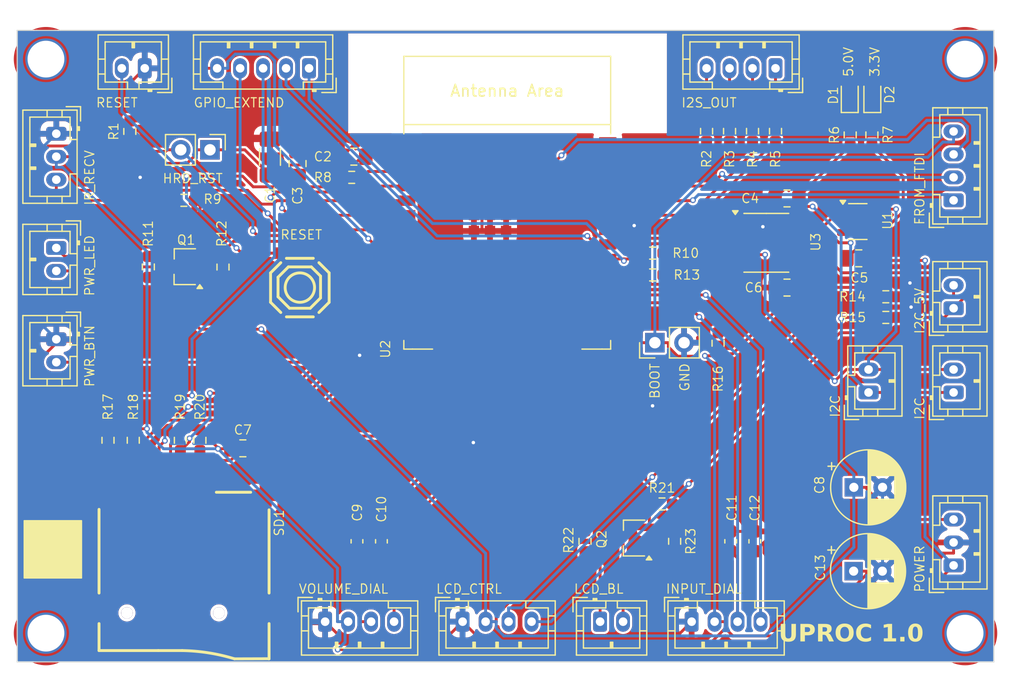
<source format=kicad_pcb>
(kicad_pcb (version 20240108) (generator "pcbnew") (generator_version "8.0")
  (layers (0 "F.Cu" signal) (31 "B.Cu" signal) (34 "B.Paste" user) (35 "F.Paste" user) (36 "B.SilkS" user "B.Silkscreen") (37 "F.SilkS" user "F.Silkscreen") (38 "B.Mask" user) (39 "F.Mask" user) (44 "Edge.Cuts" user))
  (net 0 "")
  (net 1 "GND")
  (net 2 "3V3")
  (net 3 "SCL")
  (net 4 "SDA")
  (net 5 "5V")
  (net 6 "SDA_5V")
  (net 7 "SCL_5V")
  (net 8 "POWER_LED")
  (net 9 "POWER_BUTTON")
  (net 10 "BACKLIGHT")
  (net 11 "TO_BACKLIGHT")
  (net 12 "TO_POWER_LED")
  (net 13 "RX")
  (net 14 "TX")
  (net 15 "ENABLE")
  (net 16 "VOL_CH1")
  (net 17 "VOL_CH2")
  (net 18 "INPUT_CH1")
  (net 19 "INPUT_CH2")
  (net 20 "BOOT")
  (net 21 "FROM_POWER_LED")
  (net 22 "FROM_BACKLIGHT")
  (net 23 "GPIO_INTA")
  (net 24 "GPIO_INTB")
  (net 25 "GPIO_RESET")
  (net 26 "IR_RECV")
  (net 27 "I2S_LRCLK")
  (net 28 "I2S_BCLK")
  (net 29 "I2S_MCLK")
  (net 30 "I2S_DATA")
  (net 31 "SPI_MISO")
  (net 32 "SPI_CLK")
  (net 33 "SPI_CS")
  (net 34 "SPI_MOSI")
  (net 35 "SD_CD")
  (net 36 "HARD_RESET")
  (net 37 "Net-(D1-A)")
  (net 38 "Net-(D2-A)")
  (net 39 "Net-(Q1-B)")
  (net 40 "Net-(Q2-B)")
  (net 43 "Net-(U2-IO23)")
  (net 44 "Net-(U2-IO22)")
  (net 45 "Net-(U2-IO21)")
  (net 46 "Net-(U2-IO19)")
  (footprint "Connector_JST:JST_PH_B2B-PH-K_1x02_P2.00mm_Vertical" (layer "F.Cu") (at 92.3 81.95 -90)
    (property "Reference" "J7" (hide yes))
    (property "Value" "Conn_01x02_Male")
  )
  (footprint "MountingHole:MountingHole_3.2mm_M3_DIN965_Pad_TopOnly" (layer "F.Cu") (at 171.4 115.5)
    (property "Reference" "H4" (hide yes))
    (property "Value" "MountingHole")
  )
  (footprint "Capacitor_THT:CP_Radial_D6.3mm_P2.50mm" (layer "F.Cu") (at 161.7 110.1)
    (property "Reference" "C13")
    (property "Value" "10V 220u")
  )
  (footprint "Package_TO_SOT_SMD:TSOT-23" (layer "F.Cu") (at 103.51 83.6 180)
    (property "Reference" "Q1")
    (property "Value" "BC817")
  )
  (footprint "Capacitor_SMD:C_0603_1608Metric_Pad1.08x0.95mm_HandSolder" (layer "F.Cu") (at 118.4705 107.5 -90)
    (property "Reference" "C9")
    (property "Value" "10N")
  )
  (footprint "PCM_Espressif:ESP32-WROOM-32E" (layer "F.Cu") (at 131.55 79.76)
    (property "Reference" "U2")
    (property "Value" "ESP32-WROOM-32")
  )
  (footprint "MountingHole:MountingHole_3.2mm_M3_DIN965_Pad_TopOnly" (layer "F.Cu") (at 91.4 65.5 90)
    (property "Reference" "H1" (hide yes))
    (property "Value" "MountingHole")
  )
  (footprint "Capacitor_SMD:C_0603_1608Metric_Pad1.08x0.95mm_HandSolder" (layer "F.Cu") (at 151 107.5 -90)
    (property "Reference" "C11")
    (property "Value" "10N")
  )
  (footprint "Resistor_SMD:R_0603_1608Metric_Pad0.98x0.95mm_HandSolder" (layer "F.Cu") (at 144.2 82.4 180)
    (property "Reference" "R10")
    (property "Value" "10K")
  )
  (footprint "MountingHole:MountingHole_3.2mm_M3_DIN965_Pad_TopOnly" (layer "F.Cu") (at 91.4 115.5 90)
    (property "Reference" "H3" (hide yes))
    (property "Value" "MountingHole")
  )
  (footprint "Connector_JST:JST_PH_B2B-PH-K_1x02_P2.00mm_Vertical" (layer "F.Cu") (at 170.4 87.2 90)
    (property "Reference" "J8" (hide yes))
    (property "Value" "Conn_01x02_Male")
  )
  (footprint "Connector_JST:JST_PH_B2B-PH-K_1x02_P2.00mm_Vertical" (layer "F.Cu") (at 92.3 89.9 -90)
    (property "Reference" "J10" (hide yes))
    (property "Value" "Conn_01x02_Male")
  )
  (footprint "Connector_PinHeader_2.54mm:PinHeader_1x02_P2.54mm_Vertical" (layer "F.Cu") (at 105.675 73.4 -90)
    (property "Reference" "J5" (hide yes))
    (property "Value" "Conn_01x02_Male")
  )
  (footprint "Connector_JST:JST_PH_B5B-PH-K_1x05_P2.00mm_Vertical" (layer "F.Cu") (at 114.3 66.3 180)
    (property "Reference" "J2" (hide yes))
    (property "Value" "Conn_01x05_Pin")
  )
  (footprint "Capacitor_SMD:C_0805_2012Metric_Pad1.18x1.45mm_HandSolder" (layer "F.Cu") (at 113.3 74.6 -90)
    (property "Reference" "C3")
    (property "Value" "0.1U")
  )
  (footprint "Connector_JST:JST_PH_B2B-PH-K_1x02_P2.00mm_Vertical" (layer "F.Cu") (at 100 66.3 180)
    (property "Reference" "J1" (hide yes))
    (property "Value" "Conn_01x02_Male")
  )
  (footprint "Capacitor_SMD:C_1206_3216Metric_Pad1.33x1.80mm_HandSolder" (layer "F.Cu") (at 110.9 74.0375 90)
    (property "Reference" "C1")
    (property "Value" "10U")
  )
  (footprint "Connector_JST:JST_PH_B4B-PH-K_1x04_P2.00mm_Vertical" (layer "F.Cu") (at 170.4 77.8 90)
    (property "Reference" "J6" (hide yes))
    (property "Value" "Conn_01x04_Pin")
  )
  (footprint "Resistor_SMD:R_0603_1608Metric_Pad0.98x0.95mm_HandSolder" (layer "F.Cu") (at 106.81 83.6125 -90)
    (property "Reference" "R12")
    (property "Value" "1K")
  )
  (footprint "Resistor_SMD:R_0603_1608Metric_Pad0.98x0.95mm_HandSolder" (layer "F.Cu") (at 100.31 83.6 -90)
    (property "Reference" "R11")
    (property "Value" "700R")
  )
  (footprint "Package_SO:SOIC-8_3.9x4.9mm_P1.27mm" (layer "F.Cu") (at 154.1 81.5)
    (property "Reference" "U3")
    (property "Value" "TCA9517DR")
  )
  (footprint "LED_SMD:LED_0603_1608Metric" (layer "F.Cu") (at 161.36 68.665 90)
    (property "Reference" "D1")
    (property "Value" "RED")
  )
  (footprint "Capacitor_THT:CP_Radial_D6.3mm_P2.50mm" (layer "F.Cu") (at 161.7176 102.8)
    (property "Reference" "C8")
    (property "Value" "10V 220u")
  )
  (footprint "Resistor_SMD:R_0603_1608Metric_Pad0.98x0.95mm_HandSolder" (layer "F.Cu") (at 118.0125 75.8)
    (property "Reference" "R8")
    (property "Value" "4.7K")
  )
  (footprint "Resistor_SMD:R_0603_1608Metric" (layer "F.Cu") (at 152.9 71.775 90)
    (property "Reference" "R4")
    (property "Value" "22R")
  )
  (footprint "Capacitor_SMD:C_0805_2012Metric_Pad1.18x1.45mm_HandSolder" (layer "F.Cu") (at 162.15 82.85 180)
    (property "Reference" "C5")
    (property "Value" "100n")
  )
  (footprint "Resistor_SMD:R_0603_1608Metric_Pad0.98x0.95mm_HandSolder" (layer "F.Cu") (at 103.1 98.7 -90)
    (property "Reference" "R19")
    (property "Value" "50K")
  )
  (footprint "Package_TO_SOT_SMD:SOT-23-6" (layer "F.Cu") (at 162.0625 79.65)
    (property "Reference" "U1")
    (property "Value" "TMP100")
  )
  (footprint "Resistor_SMD:R_0603_1608Metric_Pad0.98x0.95mm_HandSolder" (layer "F.Cu") (at 103.4 77.8)
    (property "Reference" "R9")
    (property "Value" "4.7K")
  )
  (footprint "Resistor_SMD:R_0603_1608Metric_Pad0.98x0.95mm_HandSolder" (layer "F.Cu") (at 145.02 104.25 180)
    (property "Reference" "R21")
    (property "Value" "4.7K")
  )
  (footprint "Capacitor_SMD:C_0805_2012Metric_Pad1.18x1.45mm_HandSolder" (layer "F.Cu") (at 118.2 74 180)
    (property "Reference" "C2")
    (property "Value" "10N")
  )
  (footprint "Resistor_SMD:R_0603_1608Metric_Pad0.98x0.95mm_HandSolder" (layer "F.Cu") (at 144.2 84.3 180)
    (property "Reference" "R13")
    (property "Value" "10K")
  )
  (footprint "Resistor_SMD:R_0603_1608Metric_Pad0.98x0.95mm_HandSolder" (layer "F.Cu") (at 149.9 90.2476 90)
    (property "Reference" "R16")
    (property "Value" "4.7K")
  )
  (footprint "Connector_JST:JST_PH_B4B-PH-K_1x04_P2.00mm_Vertical" (layer "F.Cu") (at 147.6 114.5)
    (property "Reference" "J17" (hide yes))
    (property "Value" "Conn_01x04_Pin")
  )
  (footprint "Resistor_SMD:R_0603_1608Metric" (layer "F.Cu") (at 150.9 71.775 90)
    (property "Reference" "R3")
    (property "Value" "22R")
  )
  (footprint "Resistor_SMD:R_0603_1608Metric_Pad0.98x0.95mm_HandSolder" (layer "F.Cu") (at 104.8 98.7 -90)
    (property "Reference" "R20")
    (property "Value" "50K")
  )
  (footprint "Resistor_SMD:R_0603_1608Metric" (layer "F.Cu") (at 154.9 71.775 90)
    (property "Reference" "R5")
    (property "Value" "22R")
  )
  (footprint "Connector_JST:JST_PH_B2B-PH-K_1x02_P2.00mm_Vertical" (layer "F.Cu") (at 163 94.5362 90)
    (property "Reference" "J11" (hide yes))
    (property "Value" "Conn_01x02_Male")
  )
  (footprint "Resistor_SMD:R_0603_1608Metric_Pad0.98x0.95mm_HandSolder" (layer "F.Cu") (at 98.7 71.8 90)
    (property "Reference" "R1")
    (property "Value" "4.7K")
  )
  (footprint "Connector_JST:JST_PH_B4B-PH-K_1x04_P2.00mm_Vertical" (layer "F.Cu") (at 127.6667 114.5)
    (property "Reference" "J15" (hide yes))
    (property "Value" "Conn_01x04_Pin")
  )
  (footprint "Resistor_SMD:R_0603_1608Metric_Pad0.98x0.95mm_HandSolder" (layer "F.Cu") (at 99 98.7 -90)
    (property "Reference" "R18")
    (property "Value" "50K")
  )
  (footprint "Connector_JST:JST_PH_B4B-PH-K_1x04_P2.00mm_Vertical" (layer "F.Cu") (at 115.7 114.5)
    (property "Reference" "J14" (hide yes))
    (property "Value" "Conn_01x04_Pin")
  )
  (footprint "Capacitor_SMD:C_0805_2012Metric_Pad1.18x1.45mm_HandSolder" (layer "F.Cu") (at 155.9 77.635 180)
    (property "Reference" "C4")
    (property "Value" "0.1U")
  )
  (footprint "Connector_JST:JST_PH_B2B-PH-K_1x02_P2.00mm_Vertical" (layer "F.Cu") (at 139.6333 114.5)
    (property "Reference" "J16" (hide yes))
    (property "Value" "Conn_01x02_Male")
  )
  (footprint "Resistor_SMD:R_0603_1608Metric_Pad0.98x0.95mm_HandSolder" (layer "F.Cu") (at 96.8 98.7 90)
    (property "Reference" "R17")
    (property "Value" "50K")
  )
  (footprint "Resistor_SMD:R_0603_1608Metric_Pad0.98x0.95mm_HandSolder" (layer "F.Cu") (at 164.5 86.2)
    (property "Reference" "R14")
    (property "Value" "10K")
  )
  (footprint "Capacitor_SMD:C_0805_2012Metric_Pad1.18x1.45mm_HandSolder" (layer "F.Cu") (at 155.9 85.4 180)
    (property "Reference" "C6")
    (property "Value" "0.1U")
  )
  (footprint "Package_TO_SOT_SMD:TSOT-23" (layer "F.Cu") (at 142.61 107.235 180)
    (property "Reference" "Q2")
    (property "Value" "BC817")
  )
  (footprint "Resistor_SMD:R_0603_1608Metric_Pad0.98x0.95mm_HandSolder" (layer "F.Cu") (at 146.12 107.5 -90)
    (property "Reference" "R23")
    (property "Value" "1K")
  )
  (footprint "Connector_JST:JST_PH_B4B-PH-K_1x04_P2.00mm_Vertical" (layer "F.Cu") (at 154.9 66.3 180)
    (property "Reference" "J3" (hide yes))
    (property "Value" "Conn_01x04_Pin")
  )
  (footprint "Connector_JST:JST_PH_B3B-PH-K_1x03_P2.00mm_Vertical" (layer "F.Cu") (at 170.4 109.6 90)
    (property "Reference" "J13" (hide yes))
    (property "Value" "Conn_01x03_Pin")
  )
  (footprint "Capacitor_SMD:C_0603_1608Metric_Pad1.08x0.95mm_HandSolder" (layer "F.Cu") (at 120.6 107.5 -90)
    (property "Reference" "C10")
    (property "Value" "10N")
  )
  (footprint "Capacitor_SMD:C_0603_1608Metric_Pad1.08x0.95mm_HandSolder" (layer "F.Cu") (at 153.1 107.5 -90)
    (property "Reference" "C12")
    (property "Value" "10N")
  )
  (footprint "Resistor_SMD:R_0603_1608Metric_Pad0.98x0.95mm_HandSolder" (layer "F.Cu") (at 138.32 107.5 90)
    (property "Reference" "R22")
    (property "Value" "75R")
  )
  (footprint "easyeda2kicad:SW-SMD_4P-L5.1-W5.1-P3.70-LS6.5-TL_H1.5" (layer "F.Cu") (at 113.5 85.4 -90)
    (property "Reference" "SW1" (hide yes))
    (property "Value" "TS-1187A-B-A-B")
  )
  (footprint "Connector_PinHeader_2.54mm:PinHeader_1x02_P2.54mm_Vertical" (layer "F.Cu") (at 144.4 90.2 90)
    (property "Reference" "J9" (hide yes))
    (property "Value" "Conn_01x02_Male")
  )
  (footprint "Resistor_SMD:R_0603_1608Metric_Pad0.98x0.95mm_HandSolder" (layer "F.Cu") (at 163.29 72.1 90)
    (property "Reference" "R7")
    (property "Value" "150R")
  )
  (footprint "LED_SMD:LED_0603_1608Metric" (layer "F.Cu") (at 163.33 68.665 90)
    (property "Reference" "D2")
    (property "Value" "BLUE")
  )
  (footprint "easyeda2kicad:TF-SMD_TF-115-BCP9" (layer "F.Cu") (at 103.4 108.0375)
    (property "Reference" "SD1")
    (property "Value" "TF-115-BCP9")
  )
  (footprint "Resistor_SMD:R_0603_1608Metric_Pad0.98x0.95mm_HandSolder" (layer "F.Cu") (at 161.4 72.1 90)
    (property "Reference" "R6")
    (property "Value" "1000R")
  )
  (footprint "Resistor_SMD:R_0603_1608Metric_Pad0.98x0.95mm_HandSolder" (layer "F.Cu") (at 164.5 88)
    (property "Reference" "R15")
    (property "Value" "10K")
  )
  (footprint "MountingHole:MountingHole_3.2mm_M3_DIN965_Pad_TopOnly" (layer "F.Cu") (at 171.4 65.5 90)
    (property "Reference" "H2" (hide yes))
    (property "Value" "MountingHole")
  )
  (footprint "Capacitor_SMD:C_0805_2012Metric_Pad1.18x1.45mm_HandSolder" (layer "F.Cu") (at 108.5375 99.4 180)
    (property "Reference" "C7")
    (property "Value" "10N")
  )
  (footprint "Connector_JST:JST_PH_B2B-PH-K_1x02_P2.00mm_Vertical" (layer "F.Cu") (at 170.4 94.5362 90)
    (property "Reference" "J12" (hide yes))
    (property "Value" "Conn_01x02_Male")
  )
  (footprint "Resistor_SMD:R_0603_1608Metric" (layer "F.Cu") (at 148.9 71.775 90)
    (property "Reference" "R2")
    (property "Value" "22R")
  )
  (footprint "Connector_JST:JST_PH_B3B-PH-K_1x03_P2.00mm_Vertical" (layer "F.Cu") (at 92.3 72 -90)
    (property "Reference" "J4" (hide yes))
    (property "Value" "Conn_01x03_Pin")
  )
  (gr_rect (start 89.5 105.7) (end 94.5 110.7) (stroke (width 0.1)) (fill solid) (layer "F.SilkS"))
  (gr_line (start 88.9 118) (end 88.9 63) (stroke (width 0.1)) (layer "Edge.Cuts"))
  (gr_line (start 173.9 63) (end 173.9 118) (stroke (width 0.1)) (layer "Edge.Cuts"))
  (gr_line (start 173.9 118) (end 88.9 118) (stroke (width 0.1)) (layer "Edge.Cuts"))
  (gr_line (start 88.9 63) (end 173.9 63) (stroke (width 0.1)) (layer "Edge.Cuts"))
  (gr_text "GND\n" (at 147 94.499981 90) (layer "F.SilkS") (effects (font (size 0.8 0.8) (thickness 0.1)) (justify left)))
  (gr_text "RESET" (at 95.7 69.3 0) (layer "F.SilkS") (effects (font (size 0.8 0.8) (thickness 0.1)) (justify left)))
  (gr_text "RESET" (at 111.75 80.8 0) (layer "F.SilkS") (effects (font (size 0.8 0.8) (thickness 0.1)) (justify left)))
  (gr_text "INPUT_DIAL" (at 145.3 111.65 0) (layer "F.SilkS") (effects (font (size 0.8 0.8) (thickness 0.1)) (justify left)))
  (gr_text "5.0V" (at 161.25 67.1 90) (layer "F.SilkS") (effects (font (size 0.8 0.8) (thickness 0.1)) (justify left)))
  (gr_text "I2C" (at 167.45 96.9638 90) (layer "F.SilkS") (effects (font (size 0.8 0.8) (thickness 0.1)) (justify left)))
  (gr_text "LCD_CTRL\n" (at 125.3 111.65 0) (layer "F.SilkS") (effects (font (size 0.8 0.8) (thickness 0.1)) (justify left)))
  (gr_text "POWER" (at 167.45 112 90) (layer "F.SilkS") (effects (font (size 0.8 0.8) (thickness 0.1)) (justify left)))
  (gr_text "IR_RECV" (at 95.2 78.3 90) (layer "F.SilkS") (effects (font (size 0.8 0.8) (thickness 0.1)) (justify left)))
  (gr_text "VOLUME_DIAL" (at 113.352 111.65 0) (layer "F.SilkS") (effects (font (size 0.8 0.8) (thickness 0.1)) (justify left)))
  (gr_text "UPROC 1.0" (at 167.8 115.6 0) (layer "F.SilkS") (effects (font (size 1.5 1.5) (thickness 0.1) (bold yes)) (justify right)))
  (gr_text "LCD_BL\n" (at 137.3 111.65 0) (layer "F.SilkS") (effects (font (size 0.8 0.8) (thickness 0.1)) (justify left)))
  (gr_text "BOOT" (at 144.4 95.1476 90) (layer "F.SilkS") (effects (font (size 0.8 0.8) (thickness 0.1)) (justify left)))
  (gr_text "I2C_5V" (at 167.45 89.5 90) (layer "F.SilkS") (effects (font (size 0.8 0.8) (thickness 0.1)) (justify left)))
  (gr_text "PWR_LED" (at 95.2 86.2 90) (layer "F.SilkS") (effects (font (size 0.8 0.8) (thickness 0.1)) (justify left)))
  (gr_text "GPIO_EXTEND" (at 104.2 69.3 0) (layer "F.SilkS") (effects (font (size 0.8 0.8) (thickness 0.1)) (justify left)))
  (gr_text "HRD_RST" (at 101.5 75.9 0) (layer "F.SilkS") (effects (font (size 0.8 0.8) (thickness 0.1)) (justify left)))
  (gr_text "3.3V" (at 163.54 67.1 90) (layer "F.SilkS") (effects (font (size 0.8 0.8) (thickness 0.1)) (justify left)))
  (gr_text "I2S_OUT" (at 146.65 69.3 0) (layer "F.SilkS") (effects (font (size 0.8 0.8) (thickness 0.1)) (justify left)))
  (gr_text "FROM_FTDI" (at 167.45 80.000018 90) (layer "F.SilkS") (effects (font (size 0.8 0.8) (thickness 0.1)) (justify left)))
  (gr_text "PWR_BTN" (at 95.2 94.116 90) (layer "F.SilkS") (effects (font (size 0.8 0.8) (thickness 0.1)) (justify left)))
  (gr_text "I2C" (at 160.1 96.7638 90) (layer "F.SilkS") (effects (font (size 0.8 0.8) (thickness 0.1)) (justify left)))
  (segment (start 131.45 81.87) (end 130.05 81.87) (width 0.25) (layer "F.Cu") (net 1))
  (segment (start 110.9 72.475) (end 112.2125 72.475) (width 0.25) (layer "F.Cu") (net 1))
  (segment (start 95.65 113.3375) (end 95.65 114.7642) (width 0.25) (layer "F.Cu") (net 1))
  (segment (start 155.3802 71.8315) (end 147.0554 71.8315) (width 0.25) (layer "F.Cu") (net 1))
  (segment (start 160.7375 106.6375) (end 164.2 110.1) (width 0.25) (layer "F.Cu") (net 1))
  (segment (start 120.6412 112.0105) (end 119.7585 111.1278) (width 0.25) (layer "F.Cu") (net 1))
  (segment (start 118.4705 106.6375) (end 112.0733 106.6375) (width 0.25) (layer "F.Cu") (net 1))
  (segment (start 144.1075 104.25) (end 143.92 104.4375) (width 0.25) (layer "F.Cu") (net 1))
  (segment (start 160.925 80.6) (end 161.4546 80.6) (width 0.25) (layer "F.Cu") (net 1))
  (segment (start 162.2193 77.8468) (end 162.1522 77.9139) (width 0.25) (layer "F.Cu") (net 1))
  (segment (start 92.4671 90.0671) (end 109.9205 90.0671) (width 0.25) (layer "F.Cu") (net 1))
  (segment (start 116.9385 115.7385) (end 120.6412 115.7385) (width 0.25) (layer "F.Cu") (net 1))
  (segment (start 113.8216 89.2267) (end 114.6483 88.4) (width 0.25) (layer "F.Cu") (net 1))
  (segment (start 112.2125 72.475) (end 113.3 73.5625) (width 0.25) (layer "F.Cu") (net 1))
  (segment (start 110.25 100.075) (end 110.25 103.7375) (width 0.25) (layer "F.Cu") (net 1))
  (segment (start 109.575 99.4) (end 110.25 100.075) (width 0.25) (layer "F.Cu") (net 1))
  (segment (start 110.6367 72.2117) (end 110.9 72.475) (width 0.25) (layer "F.Cu") (net 1))
  (segment (start 131.45 79.07) (end 132.2267 79.07) (width 0.25) (layer "F.Cu") (net 1))
  (segment (start 154.8625 85.4) (end 152.4754 85.4) (width 0.25) (layer "F.Cu") (net 1))
  (segment (start 153.1 106.6375) (end 151 106.6375) (width 0.25) (layer "F.Cu") (net 1))
  (segment (start 119.7585 111.1278) (end 119.7585 107.7903) (width 0.25) (layer "F.Cu") (net 1))
  (segment (start 128.65 81.2467) (end 128.65 81.87) (width 0.25) (layer "F.Cu") (net 1))
  (segment (start 128.65 82.6467) (end 125.83 85.4667) (width 0.25) (layer "F.Cu") (net 1))
  (segment (start 136.861 72.75) (end 140.3 72.75) (width 0.25) (layer "F.Cu") (net 1))
  (segment (start 130.05 80.47) (end 129.35 80.47) (width 0.25) (layer "F.Cu") (net 1))
  (segment (start 112.0733 106.6375) (end 110.25 104.8142) (width 0.25) (layer "F.Cu") (net 1))
  (segment (start 110.9906 114.8352) (end 95.721 114.8352) (width 0.25) (layer "F.Cu") (net 1))
  (segment (start 128.65 81.87) (end 128.65 82.6467) (width 0.25) (layer "F.Cu") (net 1))
  (segment (start 112.0733 111.4758) (end 112.0733 106.6375) (width 0.25) (layer "F.Cu") (net 1))
  (segment (start 97.8914 72) (end 92.3 72) (width 0.25) (layer "F.Cu") (net 1))
  (segment (start 98.7 72.2117) (end 98.4883 72) (width 0.25) (layer "F.Cu") (net 1))
  (segment (start 163.2 79.65) (end 162.1522 79.65) (width 0.25) (layer "F.Cu") (net 1))
  (segment (start 162.0387 81.1841) (end 162.0387 81.9238) (width 0.25) (layer "F.Cu") (net 1))
  (segment (start 146.94 90.2) (end 148.1167 90.2) (width 0.25) (layer "F.Cu") (net 1))
  (segment (start 154.8625 77.635) (end 155.706 76.7915) (width 0.25) (layer "F.Cu") (net 1))
  (segment (start 100 66.3) (end 97.8914 68.4086) (width 0.25) (layer "F.Cu") (net 1))
  (segment (start 120.6 106.9488) (end 120.6 106.6375) (width 0.25) (layer "F.Cu") (net 1))
  (segment (start 155.706 76.7915) (end 155.706 72.1573) (width 0.25) (layer "F.Cu") (net 1))
  (segment (start 146.1369 72.75) (end 140.3 72.75) (width 0.25) (layer "F.Cu") (net 1))
  (segment (start 107.1354 83.5151) (end 105.6851 83.5151) (width 0.25) (layer "F.Cu") (net 1))
  (segment (start 110.8979 89.0897) (end 110.8979 87.2776) (width 0.25) (layer "F.Cu") (net 1))
  (segment (start 115.35 82.4) (end 115.35 88.4) (width 0.25) (layer "F.Cu") (net 1))
  (segment (start 113.7375 74) (end 113.3 73.5625) (width 0.25) (layer "F.Cu") (net 1))
  (segment (start 155.706 72.1573) (end 155.3802 71.8315) (width 0.25) (layer "F.Cu") (net 1))
  (segment (start 111.0349 89.2267) (end 113.8216 89.2267) (width 0.25) (layer "F.Cu") (net 1))
  (segment (start 119.7585 107.7903) (end 120.6 106.9488) (width 0.25) (layer "F.Cu") (net 1))
  (segment (start 95.65 103.7375) (end 94.7233 103.7375) (width 0.25) (layer "F.Cu") (net 1))
  (segment (start 136.861 72.75) (end 136.861 74.4357) (width 0.25) (layer "F.Cu") (net 1))
  (segment (start 117.1625 74) (end 118.4125 72.75) (width 0.25) (layer "F.Cu") (net 1))
  (segment (start 147.6 110.0375) (end 148.3222 109.3153) (width 0.25) (layer "F.Cu") (net 1))
  (segment (start 162.2113 69.4525) (end 161.36 69.4525) (width 0.25) (layer "F.Cu") (net 1))
  (segment (start 146.374 115.726) (end 147.6 114.5) (width 0.25) (layer "F.Cu") (net 1))
  (segment (start 130.05 79.07) (end 129.35 79.07) (width 0.25) (layer "F.Cu") (net 1))
  (segment (start 104.82 78.3075) (end 104.3125 77.8) (width 0.25) (layer "F.Cu") (net 1))
  (segment (start 136.861 74.4357) (end 132.2267 79.07) (width 0.25) (layer "F.Cu") (net 1))
  (segment (start 91.0646 100.0788) (end 94.7233 103.7375) (width 0.25) (layer "F.Cu") (net 1))
  (segment (start 120.6412 115.7385) (end 120.6412 112.0105) (width 0.25) (layer "F.Cu") (net 1))
  (segment (start 129.35 80.47) (end 129.35 79.07) (width 0.25) (layer "F.Cu") (net 1))
  (segment (start 111.15 113.3375) (end 111.15 112.3991) (width 0.25) (layer "F.Cu") (net 1))
  (segment (start 152.4754 85.4) (end 152.4754 84.2554) (width 0.25) (layer "F.Cu") (net 1))
  (segment (start 111.15 112.3991) (end 112.0733 111.4758) (width 0.25) (layer "F.Cu") (net 1))
  (segment (start 162.1522 77.9139) (end 162.1522 79.65) (width 0.25) (layer "F.Cu") (net 1))
  (segment (start 130.05 81.87) (end 128.65 81.87) (width 0.25) (layer "F.Cu") (net 1))
  (segment (start 111.15 113.3375) (end 111.15 114.6758) (width 0.25) (layer "F.Cu") (net 1))
  (segment (start 118.4125 72.75) (end 122.8 72.75) (width 0.25) (layer "F.Cu") (net 1))
  (segment (start 123.3384 72.75) (end 122.8 72.75) (width 0.25) (layer "F.Cu") (net 1))
  (segment (start 95.721 114.8352) (end 95.65 114.7642) (width 0.25) (layer "F.Cu") (net 1))
  (segment (start 110.8979 89.0897) (end 111.0349 89.2267) (width 0.25) (layer "F.Cu") (net 1))
  (segment (start 153.1 106.6375) (end 160.7375 106.6375) (width 0.25) (layer "F.Cu") (net 1))
  (segment (start 148.3222 109.3153) (end 146.5068 107.5) (width 0.25) (layer "F.Cu") (net 1))
  (segment (start 145.135 107.5) (end 143.92 106.285) (width 0.25) (layer "F.Cu") (net 1))
  (segment (start 127.6667 114.5) (end 128.8927 115.726) (width 0.25) (layer "F.Cu") (net 1))
  (segment (start 163.33 69.4525) (end 162.2113 69.4525) (width 0.25) (layer "F.Cu") (net 1))
  (segment (start 155.706 72.1573) (end 161.732 72.1573) (width 0.25) (layer "F.Cu") (net 1))
  (segment (start 111.15 114.6758) (end 110.9906 114.8352) (width 0.25) (layer "F.Cu") (net 1))
  (segment (start 98.7 72.2117) (end 110.6367 72.2117) (width 0.25) (layer "F.Cu") (net 1))
  (segment (start 98.4883 72) (end 97.8914 72) (width 0.25) (layer "F.Cu") (net 1))
  (segment (start 131.45 80.47) (end 130.05 80.47) (width 0.25) (layer "F.Cu") (net 1))
  (segment (start 95.65 103.7375) (end 95.7767 103.8642) (width 0.25) (layer "F.Cu") (net 1))
  (segment (start 92.3 89.9) (end 92.4671 90.0671) (width 0.25) (layer "F.Cu") (net 1))
  (segment (start 161.8187 72.0706) (end 162.2193 72.4713) (width 0.25) (layer "F.Cu") (net 1))
  (segment (start 98.7 72.7125) (end 98.7 72.2117) (width 0.25) (layer "F.Cu") (net 1))
  (segment (start 111.15 114.6758) (end 115.5242 114.6758) (width 0.25) (layer "F.Cu") (net 1))
  (segment (start 91.0646 91.4696) (end 91.0646 100.0788) (width 0.25) (layer "F.Cu") (net 1))
  (segment (start 100.15 102.7375) (end 100.15 103.8642) (width 0.25) (layer "F.Cu") (net 1))
  (segment (start 105.6851 83.5151) (end 104.82 82.65) (width 0.25) (layer "F.Cu") (net 1))
  (segment (start 100.15 103.8642) (end 100.5616 104.2758) (width 0.25) (layer "F.Cu") (net 1))
  (segment (start 115.7 114.5) (end 116.9385 115.7385) (width 0.25) (layer "F.Cu") (net 1))
  (segment (start 128.65 80.47) (end 128.65 81.2467) (width 0.25) (layer "F.Cu") (net 1))
  (segment (start 120.6412 115.7385) (end 126.4282 115.7385) (width 0.25) (layer "F.Cu") (net 1))
  (segment (start 161.8187 72.0706) (end 162.2113 71.678) (width 0.25) (layer "F.Cu") (net 1))
  (segment (start 162.2113 71.678) (end 162.2113 69.4525) (width 0.25) (layer "F.Cu") (net 1))
  (segment (start 126.4282 115.7385) (end 127.6667 114.5) (width 0.25) (layer "F.Cu") (net 1))
  (segment (start 162.0387 81.9238) (end 161.1125 82.85) (width 0.25) (layer "F.Cu") (net 1))
  (segment (start 161.4546 80.6) (end 162.0387 81.1841) (width 0.25) (layer "F.Cu") (net 1))
  (segment (start 123.3384 72.75) (end 123.8767 72.75) (width 0.25) (layer "F.Cu") (net 1))
  (segment (start 129.35 80.47) (end 128.65 80.47) (width 0.25) (layer "F.Cu") (net 1))
  (segment (start 136.861 72.75) (end 123.8767 72.75) (width 0.25) (layer "F.Cu") (net 1))
  (segment (start 148.1167 89.7587) (end 148.1167 90.2) (width 0.25) (layer "F.Cu") (net 1))
  (segment (start 125.83 85.4667) (end 125.83 90.51) (width 0.25) (layer "F.Cu") (net 1))
  (segment (start 162.1522 79.65) (end 160.925 79.65) (width 0.25) (layer "F.Cu") (net 1))
  (segment (start 165.7733 108.5267) (end 164.2 110.1) (width 0.25) (layer "F.Cu") (net 1))
  (segment (start 92.4671 90.0671) (end 91.0646 91.4696) (width 0.25) (layer "F.Cu") (net 1))
  (segment (start 170.4 107.6) (end 170.4 108.5267) (width 0.25) (layer "F.Cu") (net 1))
  (segment (start 131.45 79.07) (end 130.05 79.07) (width 0.25) (layer "F.Cu") (net 1))
  (segment (start 147.0554 71.8315) (end 146.1369 72.75) (width 0.25) (layer "F.Cu") (net 1))
  (segment (start 104.82 82.65) (end 104.82 78.3075) (width 0.25) (layer "F.Cu") (net 1))
  (segment (start 95.7767 103.8642) (end 100.15 103.8642) (width 0.25) (layer "F.Cu") (net 1))
  (segment (start 129.35 79.07) (end 128.65 79.07) (width 0.25) (layer "F.Cu") (net 1))
  (segment (start 147.6 114.5) (end 147.6 110.0375) (width 0.25) (layer "F.Cu") (net 1))
  (segment (start 109.9205 90.0671) (end 110.8979 89.0897) (width 0.25) (layer "F.Cu") (net 1))
  (segment (start 152.4754 85.4) (end 148.1167 89.7587) (width 0.25) (layer "F.Cu") (net 1))
  (segment (start 160.925 79.65) (end 160.925 80.6) (width 0.25) (layer "F.Cu") (net 1))
  (segment (start 128.8927 115.726) (end 146.374 115.726) (width 0.25) (layer "F.Cu") (net 1))
  (segment (start 152.4754 84.2554) (end 151.625 83.405) (width 0.25) (layer "F.Cu") (net 1))
  (segment (start 100.5616 104.2758) (end 110.25 104.2758) (width 0.25) (layer "F.Cu") (net 1))
  (segment (start 97.8914 68.4086) (end 97.8914 72) (width 0.25) (layer "F.Cu") (net 1))
  (segment (start 115.35 88.4) (end 114.6483 88.4) (width 0.25) (layer "F.Cu") (net 1))
  (segment (start 110.25 103.7375) (end 110.25 104.2758) (width 0.25) (layer "F.Cu") (net 1))
  (segment (start 110.25 104.2758) (end 110.25 104.8142) (width 0.25) (layer "F.Cu") (net 1))
  (segment (start 161.732 72.1573) (end 161.8187 72.0706) (width 0.25) (layer "F.Cu") (net 1))
  (segment (start 170.4 108.5267) (end 165.7733 108.5267) (width 0.25) (layer "F.Cu") (net 1))
  (segment (start 115.5242 114.6758) (end 115.7 114.5) (width 0.25) (layer "F.Cu") (net 1))
  (segment (start 110.8979 87.2776) (end 107.1354 83.5151) (width 0.25) (layer "F.Cu") (net 1))
  (segment (start 117.1625 74) (end 113.7375 74) (width 0.25) (layer "F.Cu") (net 1))
  (segment (start 148.3222 109.3153) (end 151 106.6375) (width 0.25) (layer "F.Cu") (net 1))
  (segment (start 143.92 104.4375) (end 143.92 106.285) (width 0.25) (layer "F.Cu") (net 1))
  (segment (start 162.2193 72.4713) (end 162.2193 77.8468) (width 0.25) (layer "F.Cu") (net 1))
  (segment (start 146.5068 107.5) (end 145.135 107.5) (width 0.25) (layer "F.Cu") (net 1))
  (via (at 99.6 75.8) (size 0.5) (drill 0.3) (layers "F.Cu" "B.Cu") (net 1))
  (via (at 166.7 87.1) (size 0.5) (drill 0.3) (layers "F.Cu" "B.Cu") (net 1))
  (via (at 153.8 80.1) (size 0.5) (drill 0.3) (layers "F.Cu" "B.Cu") (net 1))
  (via (at 128.6 98.9) (size 0.5) (drill 0.3) (layers "F.Cu" "B.Cu") (net 1))
  (via (at 142.6 80) (size 0.5) (drill 0.3) (layers "F.Cu" "B.Cu") (net 1))
  (via (at 144.2 95.7) (size 0.5) (drill 0.3) (layers "F.Cu" "B.Cu") (net 1))
  (via (at 166.6 85) (size 0.5) (drill 0.3) (layers "F.Cu" "B.Cu") (net 1))
  (via (at 118.7 91.3) (size 0.5) (drill 0.3) (layers "F.Cu" "B.Cu") (net 1))
  (segment (start 147.9258 92.3625) (end 146.94 91.3767) (width 0.25) (layer "B.Cu") (net 1))
  (segment (start 164.2176 102.8) (end 164.2176 110.0824) (width 0.25) (layer "B.Cu") (net 1))
  (segment (start 147.6 114.5) (end 147.9258 114.1742) (width 0.25) (layer "B.Cu") (net 1))
  (segment (start 147.9258 114.1742) (end 147.9258 92.3625) (width 0.25) (layer "B.Cu") (net 1))
  (segment (start 91.0653 73.2347) (end 92.3 72) (width 0.25) (layer "B.Cu") (net 1))
  (segment (start 91.0653 88.6653) (end 91.0653 73.2347) (width 0.25) (layer "B.Cu") (net 1))
  (segment (start 92.3 89.9) (end 91.0653 88.6653) (width 0.25) (layer "B.Cu") (net 1))
  (segment (start 146.94 90.2) (end 146.94 91.3767) (width 0.25) (layer "B.Cu") (net 1))
  (segment (start 164.2176 110.0824) (end 164.2 110.1) (width 0.25) (layer "B.Cu") (net 1))
  (segment (start 153.3349 80.8689) (end 152.7038 81.5) (width 0.25) (layer "F.Cu") (net 2))
  (segment (start 92.3 74) (end 93.5017 74) (width 0.25) (layer "F.Cu") (net 2))
  (segment (start 96.8 97.7875) (end 99 97.7875) (width 0.25) (layer "F.Cu") (net 2))
  (segment (start 119.2375 74.0001) (end 119.2375 74) (width 0.25) (layer "F.Cu") (net 2))
  (segment (start 152.7038 81.5) (end 148.4416 81.5) (width 0.25) (layer "F.Cu") (net 2))
  (segment (start 111.7789 74.7211) (end 110.9 75.6) (width 0.25) (layer "F.Cu") (net 2))
  (segment (start 166.0182 78.7657) (end 164.1839 80.6) (width 0.25) (layer "F.Cu") (net 2))
  (segment (start 156.1845 83.405) (end 156.575 83.405) (width 0.25) (layer "F.Cu") (net 2))
  (segment (start 163.2 80.6) (end 163.1875 80.6125) (width 0.25) (layer "F.Cu") (net 2))
  (segment (start 117.1 75.8) (end 118.8999 74.0001) (width 0.25) (layer "F.Cu") (net 2))
  (segment (start 149.7182 91.3419) (end 149.9 91.1601) (width 0.25) (layer "F.Cu") (net 2))
  (segment (start 153.6484 80.8689) (end 156.1845 83.405) (width 0.25) (layer "F.Cu") (net 2))
  (segment (start 152.0609 79.595) (end 151.625 79.595) (width 0.25) (layer "F.Cu") (net 2))
  (segment (start 148.7535 91.3419) (end 149.7182 91.3419) (width 0.25) (layer "F.Cu") (net 2))
  (segment (start 106.3758 99.3633) (end 106.3758 99.4394) (width 0.25) (layer "F.Cu") (net 2))
  (segment (start 157.4726 115.7359) (end 162.8267 110.3818) (width 0.25) (layer "F.Cu") (net 2))
  (segment (start 162.8267 110.3818) (end 162.8267 110.1) (width 0.25) (layer "F.Cu") (net 2))
  (segment (start 94.0784 74.5767) (end 103.6894 74.5767) (width 0.25) (layer "F.Cu") (net 2))
  (segment (start 150.5267 114.5) (end 150.5267 115.0792) (width 0.25) (layer "F.Cu") (net 2))
  (segment (start 103.1 98.2097) (end 103.1 97.7875) (width 0.25) (layer "F.Cu") (net 2))
  (segment (start 105.675 73.4) (end 104.4983 73.4) (width 0.25) (layer "F.Cu") (net 2))
  (segment (start 170.4 109.6) (end 168.7733 111.2267) (width 0.25) (layer "F.Cu") (net 2))
  (segment (start 153.3349 80.8689) (end 152.0609 79.595) (width 0.25) (layer "F.Cu") (net 2))
  (segment (start 102.35 101.6108) (end 102.2463 101.5071) (width 0.25) (layer "F.Cu") (net 2))
  (segment (start 163.29 73.0125) (end 166.0182 75.7407) (width 0.25) (layer "F.Cu") (net 2))
  (segment (start 121.7033 74) (end 121.7233 74.02) (width 0.25) (layer "F.Cu") (net 2))
  (segment (start 119.2375 74) (end 121.7033 74) (width 0.25) (layer "F.Cu") (net 2))
  (segment (start 166.0182 75.7407) (end 166.0182 78.7657) (width 0.25) (layer "F.Cu") (net 2))
  (segment (start 104.8 97.7875) (end 106.3758 99.3633) (width 0.25) (layer "F.Cu") (net 2))
  (segment (start 99 97.7875) (end 99.0885 97.699) (width 0.25) (layer "F.Cu") (net 2))
  (segment (start 149.6 114.5) (end 150.5267 114.5) (width 0.25) (layer "F.Cu") (net 2))
  (segment (start 99.0885 97.699) (end 100.1896 97.699) (width 0.25) (layer "F.Cu") (net 2))
  (segment (start 103.1 97.7875) (end 104.8 97.7875) (width 0.25) (layer "F.Cu") (net 2))
  (segment (start 117.1 75.8) (end 116.0211 74.7211) (width 0.25) (layer "F.Cu") (net 2))
  (segment (start 147.5416 82.4) (end 145.1125 82.4) (width 0.25) (layer "F.Cu") (net 2))
  (segment (start 156.575 85.0375) (end 156.9375 85.4) (width 0.25) (layer "F.Cu") (net 2))
  (segment (start 145.1125 84.3) (end 145.1125 82.4) (width 0.25) (layer "F.Cu") (net 2))
  (segment (start 156.9375 85.4) (end 151.1774 91.1601) (width 0.25) (layer "F.Cu") (net 2))
  (segment (start 163.3805 83.043) (end 163.1875 82.85) (width 0.25) (layer "F.Cu") (net 2))
  (segment (start 161.7 110.1) (end 162.8267 110.1) (width 0.25) (layer "F.Cu") (net 2))
  (segment (start 163.6716 111.2267) (end 162.8267 110.3818) (width 0.25) (layer "F.Cu") (net 2))
  (segment (start 163.1875 80.6125) (end 163.1875 82.85) (width 0.25) (layer "F.Cu") (net 2))
  (segment (start 102.2463 99.0634) (end 103.1 98.2097) (width 0.25) (layer "F.Cu") (net 2))
  (segment (start 116.0211 74.7211) (end 111.7789 74.7211) (width 0.25) (layer "F.Cu") (net 2))
  (segment (start 151.1834 115.7359) (end 157.4726 115.7359) (width 0.25) (layer "F.Cu") (net 2))
  (segment (start 167.9148 83.043) (end 163.3805 83.043) (width 0.25) (layer "F.Cu") (net 2))
  (segment (start 168.7733 111.2267) (end 163.6716 111.2267) (width 0.25) (layer "F.Cu") (net 2))
  (segment (start 153.3349 80.8689) (end 153.6484 80.8689) (width 0.25) (layer "F.Cu") (net 2))
  (segment (start 106.3758 99.4394) (end 107.4606 99.4394) (width 0.25) (layer "F.Cu") (net 2))
  (segment (start 148.4416 81.5) (end 147.5416 82.4) (width 0.25) (layer "F.Cu") (net 2))
  (segment (start 150.5267 115.0792) (end 151.1834 115.7359) (width 0.25) (layer "F.Cu") (net 2))
  (segment (start 104.4983 73.7678) (end 104.4983 73.4) (width 0.25) (layer "F.Cu") (net 2))
  (segment (start 118.8999 74.0001) (end 119.2375 74.0001) (width 0.25) (layer "F.Cu") (net 2))
  (segment (start 164.1839 80.6) (end 163.2 80.6) (width 0.25) (layer "F.Cu") (net 2))
  (segment (start 102.35 102.7375) (end 102.35 101.6108) (width 0.25) (layer "F.Cu") (net 2))
  (segment (start 103.6894 74.5767) (end 104.4983 73.7678) (width 0.25) (layer "F.Cu") (net 2))
  (segment (start 110.9 75.6) (end 108.7 73.4) (width 0.25) (layer "F.Cu") (net 2))
  (segment (start 148.6792 116.9267) (end 150.5267 115.0792) (width 0.25) (layer "F.Cu") (net 2))
  (segment (start 156.575 83.405) (end 156.575 85.0375) (width 0.25) (layer "F.Cu") (net 2))
  (segment (start 108.7 73.4) (end 105.675 73.4) (width 0.25) (layer "F.Cu") (net 2))
  (segment (start 93.5017 74) (end 94.0784 74.5767) (width 0.25) (layer "F.Cu") (net 2))
  (segment (start 122.8 74.02) (end 121.7233 74.02) (width 0.25) (layer "F.Cu") (net 2))
  (segment (start 107.4606 99.4394) (end 107.5 99.4) (width 0.25) (layer "F.Cu") (net 2))
  (segment (start 116.7945 116.9267) (end 148.6792 116.9267) (width 0.25) (layer "F.Cu") (net 2))
  (segment (start 102.2463 101.5071) (end 102.2463 99.0634) (width 0.25) (layer "F.Cu") (net 2))
  (segment (start 151.1774 91.1601) (end 149.9 91.1601) (width 0.25) (layer "F.Cu") (net 2))
  (segment (start 100.1896 97.699) (end 100.1896 97.6989) (width 0.25) (layer "F.Cu") (net 2))
  (via (at 106.3758 99.4394) (size 0.5) (drill 0.3) (layers "F.Cu" "B.Cu") (net 2))
  (via (at 116.7945 116.9267) (size 0.5) (drill 0.3) (layers "F.Cu" "B.Cu") (net 2))
  (via (at 148.7535 91.3419) (size 0.5) (drill 0.3) (layers "F.Cu" "B.Cu") (net 2))
  (via (at 100.1896 97.6989) (size 0.5) (drill 0.3) (layers "F.Cu" "B.Cu") (net 2))
  (via (at 167.9148 83.043) (size 0.5) (drill 0.3) (layers "F.Cu" "B.Cu") (net 2))
  (segment (start 117.7 114.5) (end 117.4356 114.5) (width 0.25) (layer "B.Cu") (net 2))
  (segment (start 149.6 114.5) (end 149.6 92.1884) (width 0.25) (layer "B.Cu") (net 2))
  (segment (start 167.9148 107.1148) (end 167.9148 83.043) (width 0.25) (layer "B.Cu") (net 2))
  (segment (start 101.6286 99.4394) (end 106.3758 99.4394) (width 0.25) (layer "B.Cu") (net 2))
  (segment (start 170.4 109.6) (end 167.9148 107.1148) (width 0.25) (layer "B.Cu") (net 2))
  (segment (start 92.8582 74.9267) (end 92.3 74.9267) (width 0.25) (layer "B.Cu") (net 2))
  (segment (start 149.6 92.1884) (end 148.7535 91.3419) (width 0.25) (layer "B.Cu") (net 2))
  (segment (start 100.1896 98.0004) (end 101.6286 99.4394) (width 0.25) (layer "B.Cu") (net 2))
  (segment (start 117.4356 114.5) (end 117.4356 116.2856) (width 0.25) (layer "B.Cu") (net 2))
  (segment (start 100.1896 97.6989) (end 100.1896 98.0004) (width 0.25) (layer "B.Cu") (net 2))
  (segment (start 117.4356 114.5) (end 116.7733 114.5) (width 0.25) (layer "B.Cu") (net 2))
  (segment (start 92.3 74) (end 92.3 74.9267) (width 0.25) (layer "B.Cu") (net 2))
  (segment (start 117.4356 116.2856) (end 116.7945 116.9267) (width 0.25) (layer "B.Cu") (net 2))
  (segment (start 100.1896 82.2581) (end 92.8582 74.9267) (width 0.25) (layer "B.Cu") (net 2))
  (segment (start 100.1896 97.6989) (end 100.1896 82.2581) (width 0.25) (layer "B.Cu") (net 2))
  (segment (start 116.7733 109.8369) (end 106.3758 99.4394) (width 0.25) (layer "B.Cu") (net 2))
  (segment (start 116.7733 114.5) (end 116.7733 109.8369) (width 0.25) (layer "B.Cu") (net 2))
  (segment (start 143.2875 82.4) (end 142.7775 82.91) (width 0.25) (layer "F.Cu") (net 3))
  (segment (start 142.7775 82.91) (end 141.7023 82.91) (width 0.25) (layer "F.Cu") (net 3))
  (segment (start 151.2975 80.5375) (end 150.2758 80.5375) (width 0.25) (layer "F.Cu") (net 3))
  (segment (start 158.9202 80.23) (end 159.043 80.1072) (width 0.25) (layer "F.Cu") (net 3))
  (segment (start 150.2758 80.5375) (end 150.2758 79.2709) (width 0.25) (layer "F.Cu") (net 3))
  (segment (start 170.4 94.5362) (end 163 94.5362) (width 0.25) (layer "F.Cu") (net 3))
  (segment (start 144.1095 81.578) (end 143.2875 82.4) (width 0.25) (layer "F.Cu") (net 3))
  (segment (start 150.603 78.9437) (end 153.9234 78.9437) (width 0.25) (layer "F.Cu") (net 3))
  (segment (start 150.2758 80.5375) (end 148.4085 80.5375) (width 0.25) (layer "F.Cu") (net 3))
  (segment (start 153.9234 78.9437) (end 155.2097 80.23) (width 0.25) (layer "F.Cu") (net 3))
  (segment (start 159.043 80.1072) (end 160.4361 81.5003) (width 0.25) (layer "F.Cu") (net 3))
  (segment (start 141.7023 82.91) (end 140.3 82.91) (width 0.25) (layer "F.Cu") (net 3))
  (segment (start 141.7023 83.0775) (end 141.7023 82.91) (width 0.25) (layer "F.Cu") (net 3))
  (segment (start 155.2097 80.23) (end 158.9202 80.23) (width 0.25) (layer "F.Cu") (net 3))
  (segment (start 160.4361 81.5003) (end 161.4395 81.5003) (width 0.25) (layer "F.Cu") (net 3))
  (segment (start 147.368 81.578) (end 144.1095 81.578) (width 0.25) (layer "F.Cu") (net 3))
  (segment (start 159.043 80.1072) (end 160.4502 78.7) (width 0.25) (layer "F.Cu") (net 3))
  (segment (start 151.625 80.865) (end 151.2975 80.5375) (width 0.25) (layer "F.Cu") (net 3))
  (segment (start 150.2758 79.2709) (end 150.603 78.9437) (width 0.25) (layer "F.Cu") (net 3))
  (segment (start 160.4502 78.7) (end 160.925 78.7) (width 0.25) (layer "F.Cu") (net 3))
  (segment (start 148.4085 80.5375) (end 147.368 81.578) (width 0.25) (layer "F.Cu") (net 3))
  (via (at 141.7023 83.0775) (size 0.5) (drill 0.3) (layers "F.Cu" "B.Cu") (net 3))
  (via (at 161.4395 81.5003) (size 0.5) (drill 0.3) (layers "F.Cu" "B.Cu") (net 3))
  (segment (start 114.3 66.3) (end 114.3 69.0677) (width 0.25) (layer "B.Cu") (net 3))
  (segment (start 125.0551 79.8228) (end 138.4476 79.8228) (width 0.25) (layer "B.Cu") (net 3))
  (segment (start 138.4476 79.8228) (end 141.7023 83.0775) (width 0.25) (layer "B.Cu") (net 3))
  (segment (start 114.3 69.0677) (end 125.0551 79.8228) (width 0.25) (layer "B.Cu") (net 3))
  (segment (start 161.4395 81.5003) (end 161.4395 92.9757) (width 0.25) (layer "B.Cu") (net 3))
  (segment (start 161.4395 92.9757) (end 163 94.5362) (width 0.25) (layer "B.Cu") (net 3))
  (segment (start 161.0697 92.5362) (end 160.0576 93.5483) (width 0.25) (layer "F.Cu") (net 4))
  (segment (start 141.4967 84.3) (end 141.3767 84.18) (width 0.25) (layer "F.Cu") (net 4))
  (segment (start 140.3 84.18) (end 139.2233 84.18) (width 0.25) (layer "F.Cu") (net 4))
  (segment (start 144.1018 85.1143) (end 145.909 85.1143) (width 0.25) (layer "F.Cu") (net 4))
  (segment (start 165.3906 78.569) (end 163.331 78.569) (width 0.25) (layer "F.Cu") (net 4))
  (segment (start 151.625 82.135) (end 152.0217 82.5317) (width 0.25) (layer "F.Cu") (net 4))
  (segment (start 163.331 78.569) (end 163.2 78.7) (width 0.25) (layer "F.Cu") (net 4))
  (segment (start 170.4 92.5362) (end 163 92.5362) (width 0.25) (layer "F.Cu") (net 4))
  (segment (start 140.8384 84.18) (end 140.3 84.18) (width 0.25) (layer "F.Cu") (net 4))
  (segment (start 143.2875 84.3) (end 141.4967 84.3) (width 0.25) (layer "F.Cu") (net 4))
  (segment (start 163 92.5362) (end 161.0697 92.5362) (width 0.25) (layer "F.Cu") (net 4))
  (segment (start 148.8883 82.135) (end 151.625 82.135) (width 0.25) (layer "F.Cu") (net 4))
  (segment (start 152.0217 82.5317) (end 153.9921 82.5317) (width 0.25) (layer "F.Cu") (net 4))
  (segment (start 139.2233 81.6053) (end 138.518 80.9) (width 0.25) (layer "F.Cu") (net 4))
  (segment (start 145.909 85.1143) (end 148.8883 82.135) (width 0.25) (layer "F.Cu") (net 4))
  (segment (start 140.8384 84.18) (end 141.3767 84.18) (width 0.25) (layer "F.Cu") (net 4))
  (segment (start 139.2233 84.18) (end 139.2233 81.6053) (width 0.25) (layer "F.Cu") (net 4))
  (segment (start 143.2875 84.3) (end 144.1018 85.1143) (width 0.25) (layer "F.Cu") (net 4))
  (via (at 153.9921 82.5317) (size 0.5) (drill 0.3) (layers "F.Cu" "B.Cu") (net 4))
  (via (at 138.518 80.9) (size 0.5) (drill 0.3) (layers "F.Cu" "B.Cu") (net 4))
  (via (at 160.0576 93.5483) (size 0.5) (drill 0.3) (layers "F.Cu" "B.Cu") (net 4))
  (via (at 165.3906 78.569) (size 0.5) (drill 0.3) (layers "F.Cu" "B.Cu") (net 4))
  (segment (start 153.9921 87.4828) (end 153.9921 82.5317) (width 0.25) (layer "B.Cu") (net 4))
  (segment (start 112.3 66.3) (end 112.3 67.5017) (width 0.25) (layer "B.Cu") (net 4))
  (segment (start 163 92.5362) (end 163 91.6095) (width 0.25) (layer "B.Cu") (net 4))
  (segment (start 163 91.6095) (end 165.3906 89.2189) (width 0.25) (layer "B.Cu") (net 4))
  (segment (start 112.3 67.5017) (end 112.3 67.7472) (width 0.25) (layer "B.Cu") (net 4))
  (segment (start 125.4528 80.9) (end 138.518 80.9) (width 0.25) (layer "B.Cu") (net 4))
  (segment (start 160.0576 93.5483) (end 153.9921 87.4828) (width 0.25) (layer "B.Cu") (net 4))
  (segment (start 165.3906 89.2189) (end 165.3906 78.569) (width 0.25) (layer "B.Cu") (net 4))
  (segment (start 112.3 67.7472) (end 125.4528 80.9) (width 0.25) (layer "B.Cu") (net 4))
  (segment (start 163.5875 88) (end 160.7135 88) (width 0.25) (layer "F.Cu") (net 5))
  (segment (start 160.7135 88) (end 160.6119 88.1016) (width 0.25) (layer "F.Cu") (net 5))
  (segment (start 165.5035 105.6) (end 162.8443 102.9408) (width 0.25) (layer "F.Cu") (net 5))
  (segment (start 170.4 105.6) (end 165.5035 105.6) (width 0.25) (layer "F.Cu") (net 5))
  (segment (start 130.5934 114.5) (end 130.5934 113.9437) (width 0.25) (layer "F.Cu") (net 5))
  (segment (start 156.9375 79.2325) (end 156.575 79.595) (width 0.25) (layer "F.Cu") (net 5))
  (segment (start 161.7176 102.8) (end 162.8443 102.8) (width 0.25) (layer "F.Cu") (net 5))
  (segment (start 129.6667 114.5) (end 130.5934 114.5) (width 0.25) (layer "F.Cu") (net 5))
  (segment (start 130.5934 113.9437) (end 137.9496 106.5875) (width 0.25) (layer "F.Cu") (net 5))
  (segment (start 161.4 73.0125) (end 156.9375 77.475) (width 0.25) (layer "F.Cu") (net 5))
  (segment (start 137.9496 106.5875) (end 138.32 106.5875) (width 0.25) (layer "F.Cu") (net 5))
  (segment (start 156.9375 77.475) (end 156.9375 77.635) (width 0.25) (layer "F.Cu") (net 5))
  (segment (start 156.9375 78.3371) (end 156.9375 79.2325) (width 0.25) (layer "F.Cu") (net 5))
  (segment (start 156.9375 78.3371) (end 158.126 78.3371) (width 0.25) (layer "F.Cu") (net 5))
  (segment (start 156.9375 77.635) (end 156.9375 78.3371) (width 0.25) (layer "F.Cu") (net 5))
  (segment (start 162.8443 102.9408) (end 162.8443 102.8) (width 0.25) (layer "F.Cu") (net 5))
  (segment (start 110.1439 89.0281) (end 104.8256 89.0281) (width 0.25) (layer "F.Cu") (net 5))
  (segment (start 104.8256 89.0281) (end 100.31 84.5125) (width 0.25) (layer "F.Cu") (net 5))
  (segment (start 163.5875 88) (end 163.5875 86.2) (width 0.25) (layer "F.Cu") (net 5))
  (via (at 158.126 78.3371) (size 0.5) (drill 0.3) (layers "F.Cu" "B.Cu") (net 5))
  (via (at 160.6119 88.1016) (size 0.5) (drill 0.3) (layers "F.Cu" "B.Cu") (net 5))
  (via (at 110.1439 89.0281) (size 0.5) (drill 0.3) (layers "F.Cu" "B.Cu") (net 5))
  (segment (start 158.126 78.3371) (end 160.6119 80.823) (width 0.25) (layer "B.Cu") (net 5))
  (segment (start 153.996 115.7385) (end 131.2527 115.7385) (width 0.25) (layer "B.Cu") (net 5))
  (segment (start 161.7176 101.6733) (end 160.6343 100.59) (width 0.25) (layer "B.Cu") (net 5))
  (segment (start 160.6119 80.823) (end 160.6119 88.1016) (width 0.25) (layer "B.Cu") (net 5))
  (segment (start 129.6667 114.5) (end 130.5934 114.5) (width 0.25) (layer "B.Cu") (net 5))
  (segment (start 160.6343 100.59) (end 160.6343 88.124) (width 0.25) (layer "B.Cu") (net 5))
  (segment (start 161.7176 108.0169) (end 153.996 115.7385) (width 0.25) (layer "B.Cu") (net 5))
  (segment (start 129.6667 114.5) (end 129.6667 108.5509) (width 0.25) (layer "B.Cu") (net 5))
  (segment (start 160.6343 88.124) (end 160.6119 88.1016) (width 0.25) (layer "B.Cu") (net 5))
  (segment (start 131.2527 115.7385) (end 130.5934 115.0792) (width 0.25) (layer "B.Cu") (net 5))
  (segment (start 130.5934 115.0792) (end 130.5934 114.5) (width 0.25) (layer "B.Cu") (net 5))
  (segment (start 161.7176 102.8) (end 161.7176 108.0169) (width 0.25) (layer "B.Cu") (net 5))
  (segment (start 161.7176 102.8) (end 161.7176 101.6733) (width 0.25) (layer "B.Cu") (net 5))
  (segment (start 129.6667 108.5509) (end 110.1439 89.0281) (width 0.25) (layer "B.Cu") (net 5))
  (segment (start 159.1815 86.9074) (end 159.1815 85.3844) (width 0.25) (layer "F.Cu") (net 6))
  (segment (start 165.4125 86.2) (end 164.5969 85.3844) (width 0.25) (layer "F.Cu") (net 6))
  (segment (start 170.4 85.2) (end 170.4 86.1267) (width 0.25) (layer "F.Cu") (net 6))
  (segment (start 170.3267 86.2) (end 170.4 86.1267) (width 0.25) (layer "F.Cu") (net 6))
  (segment (start 159.1815 84.336) (end 156.9805 82.135) (width 0.25) (layer "F.Cu") (net 6))
  (segment (start 144.1778 101.9111) (end 159.1815 86.9074) (width 0.25) (layer "F.Cu") (net 6))
  (segment (start 165.4125 86.2) (end 170.3267 86.2) (width 0.25) (layer "F.Cu") (net 6))
  (segment (start 156.9805 82.135) (end 156.575 82.135) (width 0.25) (layer "F.Cu") (net 6))
  (segment (start 159.1815 85.3844) (end 159.1815 84.336) (width 0.25) (layer "F.Cu") (net 6))
  (segment (start 164.5969 85.3844) (end 159.1815 85.3844) (width 0.25) (layer "F.Cu") (net 6))
  (via (at 144.1778 101.9111) (size 0.5) (drill 0.3) (layers "F.Cu" "B.Cu") (net 6))
  (segment (start 132.7906 113.2983) (end 144.1778 101.9111) (width 0.25) (layer "B.Cu") (net 6))
  (segment (start 131.6667 113.2983) (end 132.7906 113.2983) (width 0.25) (layer "B.Cu") (net 6))
  (segment (start 131.6667 114.5) (end 131.6667 113.2983) (width 0.25) (layer "B.Cu") (net 6))
  (segment (start 160.6944 84.111) (end 157.4484 80.865) (width 0.25) (layer "F.Cu") (net 7))
  (segment (start 169.6 88) (end 170.4 87.2) (width 0.25) (layer "F.Cu") (net 7))
  (segment (start 147.3491 102.5) (end 160.5161 89.333) (width 0.25) (layer "F.Cu") (net 7))
  (segment (start 160.5161 89.333) (end 164.0795 89.333) (width 0.25) (layer "F.Cu") (net 7))
  (segment (start 170.947 84.111) (end 160.6944 84.111) (width 0.25) (layer "F.Cu") (net 7))
  (segment (start 171.6136 84.7776) (end 170.947 84.111) (width 0.25) (layer "F.Cu") (net 7))
  (segment (start 164.0795 89.333) (end 165.4125 88) (width 0.25) (layer "F.Cu") (net 7))
  (segment (start 171.6136 85.9864) (end 171.6136 84.7776) (width 0.25) (layer "F.Cu") (net 7))
  (segment (start 170.4 87.2) (end 171.6136 85.9864) (width 0.25) (layer "F.Cu") (net 7))
  (segment (start 157.4484 80.865) (end 156.575 80.865) (width 0.25) (layer "F.Cu") (net 7))
  (segment (start 165.4125 88) (end 169.6 88) (width 0.25) (layer "F.Cu") (net 7))
  (via (at 147.3491 102.5) (size 0.5) (drill 0.3) (layers "F.Cu" "B.Cu") (net 7))
  (segment (start 133.6667 114.5) (end 135.3491 114.5) (width 0.25) (layer "B.Cu") (net 7))
  (segment (start 135.3491 114.5) (end 147.3491 102.5) (width 0.25) (layer "B.Cu") (net 7))
  (segment (start 107.7212 81.3716) (end 117.4363 81.3716) (width 0.25) (layer "F.Cu") (net 8))
  (segment (start 106.81 82.7) (end 106.81 82.2828) (width 0.25) (layer "F.Cu") (net 8))
  (segment (start 106.81 82.2828) (end 107.7212 81.3716) (width 0.25) (layer "F.Cu") (net 8))
  (segment (start 120.2447 84.18) (end 122.8 84.18) (width 0.25) (layer "F.Cu") (net 8))
  (segment (start 117.4363 81.3716) (end 120.2447 84.18) (width 0.25) (layer "F.Cu") (net 8))
  (segment (start 114.356 91.9) (end 93.5017 91.9) (width 0.25) (layer "F.Cu") (net 9))
  (segment (start 92.3 91.9) (end 93.5017 91.9) (width 0.25) (layer "F.Cu") (net 9))
  (segment (start 122.8 85.45) (end 120.806 85.45) (width 0.25) (layer "F.Cu") (net 9))
  (segment (start 120.806 85.45) (end 114.356 91.9) (width 0.25) (layer "F.Cu") (net 9))
  (segment (start 139.2233 87.99) (end 139.2233 97.5408) (width 0.25) (layer "F.Cu") (net 10))
  (segment (start 143.6011 102.1499) (end 143.939 102.4878) (width 0.25) (layer "F.Cu") (net 10))
  (segment (start 146.12 104.4375) (end 145.9325 104.25) (width 0.25) (layer "F.Cu") (net 10))
  (segment (start 140.3 87.99) (end 139.2233 87.99) (width 0.25) (layer "F.Cu") (net 10))
  (segment (start 144.1703 102.4878) (end 145.9325 104.25) (width 0.25) (layer "F.Cu") (net 10))
  (segment (start 146.12 106.5875) (end 146.12 104.4375) (width 0.25) (layer "F.Cu") (net 10))
  (segment (start 139.2233 97.5408) (end 143.6011 101.9186) (width 0.25) (layer "F.Cu") (net 10))
  (segment (start 143.6011 101.9186) (end 143.6011 102.1499) (width 0.25) (layer "F.Cu") (net 10))
  (segment (start 143.939 102.4878) (end 144.1703 102.4878) (width 0.25) (layer "F.Cu") (net 10))
  (segment (start 139.6333 109.7258) (end 138.32 108.4125) (width 0.25) (layer "F.Cu") (net 11))
  (segment (start 139.6333 114.5) (end 139.6333 109.7258) (width 0.25) (layer "F.Cu") (net 11))
  (segment (start 100.31 82.6875) (end 93.0375 82.6875) (width 0.25) (layer "F.Cu") (net 12))
  (segment (start 93.0375 82.6875) (end 92.3 81.95) (width 0.25) (layer "F.Cu") (net 12))
  (segment (start 147.6688 77.83) (end 147.7118 77.787) (width 0.25) (layer "F.Cu") (net 13))
  (segment (start 140.3 77.83) (end 147.6688 77.83) (width 0.25) (layer "F.Cu") (net 13))
  (via (at 147.7118 77.787) (size 0.5) (drill 0.3) (layers "F.Cu" "B.Cu") (net 13))
  (segment (start 148.1991 77.2997) (end 147.7118 77.787) (width 0.25) (layer "B.Cu") (net 13))
  (segment (start 170.4 77.8) (end 169.8997 77.2997) (width 0.25) (layer "B.Cu") (net 13))
  (segment (start 169.8997 77.2997) (end 148.1991 77.2997) (width 0.25) (layer "B.Cu") (net 13))
  (segment (start 149.1951 76.56) (end 150.2563 75.4988) (width 0.25) (layer "F.Cu") (net 14))
  (segment (start 140.3 76.56) (end 149.1951 76.56) (width 0.25) (layer "F.Cu") (net 14))
  (via (at 150.2563 75.4988) (size 0.5) (drill 0.3) (layers "F.Cu" "B.Cu") (net 14))
  (segment (start 150.5575 75.8) (end 150.2563 75.4988) (width 0.25) (layer "B.Cu") (net 14))
  (segment (start 170.4 75.8) (end 150.5575 75.8) (width 0.25) (layer "B.Cu") (net 14))
  (segment (start 136.2689 73.8875) (end 134.8664 75.29) (width 0.25) (layer "F.Cu") (net 15))
  (segment (start 118.1 76.625) (end 113.3 76.625) (width 0.25) (layer "F.Cu") (net 15))
  (segment (start 108.5087 75.6937) (end 109.44 76.625) (width 0.25) (layer "F.Cu") (net 15))
  (segment (start 118.925 75.8) (end 118.1 76.625) (width 0.25) (layer "F.Cu") (net 15))
  (segment (start 119.435 75.29) (end 122.8 75.29) (width 0.25) (layer "F.Cu") (net 15))
  (segment (start 111.65 88.4) (end 111.65 82.4) (width 0.25) (layer "F.Cu") (net 15))
  (segment (start 118.925 75.8) (end 119.435 75.29) (width 0.25) (layer "F.Cu") (net 15))
  (segment (start 111.65 82.4) (end 108.4313 82.4) (width 0.25) (layer "F.Cu") (net 15))
  (segment (start 103.6285 75.6937) (end 108.5087 75.6937) (width 0.25) (layer "F.Cu") (net 15))
  (segment (start 109.44 76.625) (end 113.3 76.625) (width 0.25) (layer "F.Cu") (net 15))
  (segment (start 134.8664 75.29) (end 122.8 75.29) (width 0.25) (layer "F.Cu") (net 15))
  (segment (start 113.3 76.625) (end 113.3 75.6375) (width 0.25) (layer "F.Cu") (net 15))
  (segment (start 108.4313 82.4) (end 107.9812 81.9499) (width 0.25) (layer "F.Cu") (net 15))
  (via (at 136.2689 73.8875) (size 0.5) (drill 0.3) (layers "F.Cu" "B.Cu") (net 15))
  (via (at 107.9812 81.9499) (size 0.5) (drill 0.3) (layers "F.Cu" "B.Cu") (net 15))
  (via (at 103.6285 75.6937) (size 0.5) (drill 0.3) (layers "F.Cu" "B.Cu") (net 15))
  (segment (start 98 70.0652) (end 103.6285 75.6937) (width 0.25) (layer "B.Cu") (net 15))
  (segment (start 171.6017 72.5983) (end 170.4 73.8) (width 0.25) (layer "B.Cu") (net 15))
  (segment (start 98 66.3) (end 98 70.0652) (width 0.25) (layer "B.Cu") (net 15))
  (segment (start 103.6285 77.5972) (end 107.9812 81.9499) (width 0.25) (layer "B.Cu") (net 15))
  (segment (start 103.6285 75.6937) (end 103.6285 77.5972) (width 0.25) (layer "B.Cu") (net 15))
  (segment (start 171.6017 71.3662) (end 171.6017 72.5983) (width 0.25) (layer "B.Cu") (net 15))
  (segment (start 171.0737 70.8382) (end 171.6017 71.3662) (width 0.25) (layer "B.Cu") (net 15))
  (segment (start 137.6442 72.5122) (end 166.388 72.5122) (width 0.25) (layer "B.Cu") (net 15))
  (segment (start 166.388 72.5122) (end 168.062 70.8382) (width 0.25) (layer "B.Cu") (net 15))
  (segment (start 136.2689 73.8875) (end 137.6442 72.5122) (width 0.25) (layer "B.Cu") (net 15))
  (segment (start 168.062 70.8382) (end 171.0737 70.8382) (width 0.25) (layer "B.Cu") (net 15))
  (segment (start 119.3319 107.5011) (end 118.4705 108.3625) (width 0.25) (layer "F.Cu") (net 16))
  (segment (start 118.4705 108.3625) (end 118.7733 108.6653) (width 0.25) (layer "F.Cu") (net 16))
  (segment (start 119.7 114.5) (end 118.7733 114.5) (width 0.25) (layer "F.Cu") (net 16))
  (segment (start 118.7733 108.6653) (end 118.7733 114.5) (width 0.25) (layer "F.Cu") (net 16))
  (segment (start 135.99 91.5867) (end 134.2815 91.5867) (width 0.25) (layer "F.Cu") (net 16))
  (segment (start 119.3319 106.5363) (end 119.3319 107.5011) (width 0.25) (layer "F.Cu") (net 16))
  (segment (start 134.2815 91.5867) (end 119.3319 106.5363) (width 0.25) (layer "F.Cu") (net 16))
  (segment (start 135.99 90.51) (end 135.99 91.5867) (width 0.25) (layer "F.Cu") (net 16))
  (segment (start 137.26 90.51) (end 137.26 91.5867) (width 0.25) (layer "F.Cu") (net 17))
  (segment (start 121.7 108.9125) (end 121.15 108.3625) (width 0.25) (layer "F.Cu") (net 17))
  (segment (start 121.7 114.5) (end 121.7 108.9125) (width 0.25) (layer "F.Cu") (net 17))
  (segment (start 121.15 108.3625) (end 120.6 108.3625) (width 0.25) (layer "F.Cu") (net 17))
  (segment (start 121.15 107.6967) (end 137.26 91.5867) (width 0.25) (layer "F.Cu") (net 17))
  (segment (start 121.15 108.3625) (end 121.15 107.6967) (width 0.25) (layer "F.Cu") (net 17))
  (segment (start 140.3 86.72) (end 141.3767 86.72) (width 0.25) (layer "F.Cu") (net 18))
  (segment (start 147.024 86.72) (end 141.3767 86.72) (width 0.25) (layer "F.Cu") (net 18))
  (segment (start 151.6 108.9625) (end 151 108.3625) (width 0.25) (layer "F.Cu") (net 18))
  (segment (start 151.6 114.5) (end 151.6 108.9625) (width 0.25) (layer "F.Cu") (net 18))
  (segment (start 148.2656 87.9616) (end 147.024 86.72) (width 0.25) (layer "F.Cu") (net 18))
  (via (at 148.2656 87.9616) (size 0.5) (drill 0.3) (layers "F.Cu" "B.Cu") (net 18))
  (segment (start 151.6 114.5) (end 151.6 91.296) (width 0.25) (layer "B.Cu") (net 18))
  (segment (start 151.6 91.296) (end 148.2656 87.9616) (width 0.25) (layer "B.Cu") (net 18))
  (segment (start 141.9689 86.0422) (end 141.3767 85.45) (width 0.25) (layer "F.Cu") (net 19))
  (segment (start 148.8244 86.0422) (end 141.9689 86.0422) (width 0.25) (layer "F.Cu") (net 19))
  (segment (start 153.6 114.5) (end 153.6 108.8625) (width 0.25) (layer "F.Cu") (net 19))
  (segment (start 140.3 85.45) (end 141.3767 85.45) (width 0.25) (layer "F.Cu") (net 19))
  (segment (start 153.6 108.8625) (end 153.1 108.3625) (width 0.25) (layer "F.Cu") (net 19))
  (via (at 148.8244 86.0422) (size 0.5) (drill 0.3) (layers "F.Cu" "B.Cu") (net 19))
  (segment (start 148.8244 86.0422) (end 153.6 90.8178) (width 0.25) (layer "B.Cu") (net 19))
  (segment (start 153.6 90.8178) (end 153.6 114.5) (width 0.25) (layer "B.Cu") (net 19))
  (segment (start 142.3167 90.2) (end 141.3767 89.26) (width 0.25) (layer "F.Cu") (net 20))
  (segment (start 140.3 89.26) (end 141.3767 89.26) (width 0.25) (layer "F.Cu") (net 20))
  (segment (start 146.3856 91.3767) (end 145.5767 90.5678) (width 0.25) (layer "F.Cu") (net 20))
  (segment (start 147.8584 91.3767) (end 146.3856 91.3767) (width 0.25) (layer "F.Cu") (net 20))
  (segment (start 144.4 90.2) (end 145.5767 90.2) (width 0.25) (layer "F.Cu") (net 20))
  (segment (start 144.4 90.2) (end 142.3167 90.2) (width 0.25) (layer "F.Cu") (net 20))
  (segment (start 145.5767 90.5678) (end 145.5767 90.2) (width 0.25) (layer "F.Cu") (net 20))
  (segment (start 149.9 89.3351) (end 147.8584 91.3767) (width 0.25) (layer "F.Cu") (net 20))
  (segment (start 144.4 80.2814) (end 144.4 90.2) (width 0.25) (layer "B.Cu") (net 20))
  (segment (start 168.1545 74.0455) (end 150.6359 74.0455) (width 0.25) (layer "B.Cu") (net 20))
  (segment (start 150.6359 74.0455) (end 144.4 80.2814) (width 0.25) (layer "B.Cu") (net 20))
  (segment (start 169.4733 72.7267) (end 168.1545 74.0455) (width 0.25) (layer "B.Cu") (net 20))
  (segment (start 170.4 72.7267) (end 169.4733 72.7267) (width 0.25) (layer "B.Cu") (net 20))
  (segment (start 170.4 71.8) (end 170.4 72.7267) (width 0.25) (layer "B.Cu") (net 20))
  (segment (start 102.2 83.6) (end 93.8517 83.6) (width 0.25) (layer "F.Cu") (net 21))
  (segment (start 93.8517 83.6) (end 93.5017 83.95) (width 0.25) (layer "F.Cu") (net 21))
  (segment (start 92.3 83.95) (end 93.5017 83.95) (width 0.25) (layer "F.Cu") (net 21))
  (segment (start 141.6333 107.5683) (end 141.3 107.235) (width 0.25) (layer "F.Cu") (net 22))
  (segment (start 141.6333 114.5) (end 141.6333 107.5683) (width 0.25) (layer "F.Cu") (net 22))
  (segment (start 111.9458 78.48) (end 112.5658 79.1) (width 0.25) (layer "F.Cu") (net 23))
  (segment (start 112.5658 79.1) (end 122.8 79.1) (width 0.25) (layer "F.Cu") (net 23))
  (via (at 111.9458 78.48) (size 0.5) (drill 0.3) (layers "F.Cu" "B.Cu") (net 23))
  (segment (start 110.3 76.0901) (end 110.3 66.3) (width 0.25) (layer "B.Cu") (net 23))
  (segment (start 111.9458 77.7359) (end 110.3 76.0901) (width 0.25) (layer "B.Cu") (net 23))
  (segment (start 111.9458 78.48) (end 111.9458 77.7359) (width 0.25) (layer "B.Cu") (net 23))
  (segment (start 110.7021 78.9397) (end 112.1324 80.37) (width 0.25) (layer "F.Cu") (net 24))
  (segment (start 112.1324 80.37) (end 122.8 80.37) (width 0.25) (layer "F.Cu") (net 24))
  (via (at 110.7021 78.9397) (size 0.5) (drill 0.3) (layers "F.Cu" "B.Cu") (net 24))
  (segment (start 108.3 66.3) (end 108.3 76.5376) (width 0.25) (layer "B.Cu") (net 24))
  (segment (start 108.3 76.5376) (end 110.7021 78.9397) (width 0.25) (layer "B.Cu") (net 24))
  (segment (start 100.7858 70.8875) (end 105.3733 66.3) (width 0.25) (layer "F.Cu") (net 25))
  (segment (start 119.4553 81.1282) (end 119.9671 81.64) (width 0.25) (layer "F.Cu") (net 25))
  (segment (start 119.9671 81.64) (end 122.8 81.64) (width 0.25) (layer "F.Cu") (net 25))
  (segment (start 106.3 66.3) (end 105.3733 66.3) (width 0.25) (layer "F.Cu") (net 25))
  (segment (start 98.7 70.8875) (end 100.7858 70.8875) (width 0.25) (layer "F.Cu") (net 25))
  (via (at 119.4553 81.1282) (size 0.5) (drill 0.3) (layers "F.Cu" "B.Cu") (net 25))
  (segment (start 111.2999 72.9728) (end 119.4553 81.1282) (width 0.25) (layer "B.Cu") (net 25))
  (segment (start 107.8771 65.0704) (end 110.7269 65.0704) (width 0.25) (layer "B.Cu") (net 25))
  (segment (start 107.2267 65.7208) (end 107.8771 65.0704) (width 0.25) (layer "B.Cu") (net 25))
  (segment (start 107.2267 66.3) (end 107.2267 65.7208) (width 0.25) (layer "B.Cu") (net 25))
  (segment (start 111.2999 65.6434) (end 111.2999 72.9728) (width 0.25) (layer "B.Cu") (net 25))
  (segment (start 106.3 66.3) (end 107.2267 66.3) (width 0.25) (layer "B.Cu") (net 25))
  (segment (start 110.7269 65.0704) (end 111.2999 65.6434) (width 0.25) (layer "B.Cu") (net 25))
  (segment (start 111.4841 77.83) (end 122.8 77.83) (width 0.25) (layer "F.Cu") (net 26))
  (segment (start 111.1843 78.1298) (end 111.4841 77.83) (width 0.25) (layer "F.Cu") (net 26))
  (segment (start 108.9496 76.9267) (end 110.1527 78.1298) (width 0.25) (layer "F.Cu") (net 26))
  (segment (start 92.3 76.9267) (end 108.9496 76.9267) (width 0.25) (layer "F.Cu") (net 26))
  (segment (start 110.1527 78.1298) (end 111.1843 78.1298) (width 0.25) (layer "F.Cu") (net 26))
  (segment (start 92.3 76) (end 92.3 76.9267) (width 0.25) (layer "F.Cu") (net 26))
  (segment (start 150.9 66.3) (end 150.9 70.95) (width 0.25) (layer "F.Cu") (net 27))
  (segment (start 152.9 66.3) (end 152.9 70.95) (width 0.25) (layer "F.Cu") (net 28))
  (segment (start 154.9 66.3) (end 154.9 70.95) (width 0.25) (layer "F.Cu") (net 29))
  (segment (start 148.9 66.3) (end 148.9 70.95) (width 0.25) (layer "F.Cu") (net 30))
  (segment (start 122.8 89.26) (end 121.7233 89.26) (width 0.25) (layer "F.Cu") (net 31))
  (segment (start 114.0351 96.9482) (end 121.7233 89.26) (width 0.25) (layer "F.Cu") (net 31))
  (segment (start 99.05 99.6571) (end 99.05 102.7375) (width 0.25) (layer "F.Cu") (net 31))
  (segment (start 99.05 99.6571) (end 101.7589 96.9482) (width 0.25) (layer "F.Cu") (net 31))
  (segment (start 99 99.6125) (end 99.0446 99.6571) (width 0.25) (layer "F.Cu") (net 31))
  (segment (start 99.0446 99.6571) (end 99.05 99.6571) (width 0.25) (layer "F.Cu") (net 31))
  (segment (start 101.7589 96.9482) (end 114.0351 96.9482) (width 0.25) (layer "F.Cu") (net 31))
  (segment (start 103.7854 95.7786) (end 112.9934 95.7786) (width 0.25) (layer "F.Cu") (net 32))
  (segment (start 101.25 102.7375) (end 101.25 99.2441) (width 0.25) (layer "F.Cu") (net 32))
  (segment (start 120.782 87.99) (end 122.8 87.99) (width 0.25) (layer "F.Cu") (net 32))
  (segment (start 112.9934 95.7786) (end 120.782 87.99) (width 0.25) (layer "F.Cu") (net 32))
  (segment (start 101.25 99.2441) (end 101.7494 98.7447) (width 0.25) (layer "F.Cu") (net 32))
  (via (at 101.7494 98.7447) (size 0.5) (drill 0.3) (layers "F.Cu" "B.Cu") (net 32))
  (via (at 103.7854 95.7786) (size 0.5) (drill 0.3) (layers "F.Cu" "B.Cu") (net 32))
  (segment (start 101.7494 97.8146) (end 103.7854 95.7786) (width 0.25) (layer "B.Cu") (net 32))
  (segment (start 101.7494 98.7447) (end 101.7494 97.8146) (width 0.25) (layer "B.Cu") (net 32))
  (segment (start 108.9687 98.3338) (end 120.3529 98.3338) (width 0.25) (layer "F.Cu") (net 33))
  (segment (start 104.8 100.4633) (end 107.4635 100.4633) (width 0.25) (layer "F.Cu") (net 33))
  (segment (start 108.5375 99.3893) (end 108.5375 98.765) (width 0.25) (layer "F.Cu") (net 33))
  (segment (start 107.4635 100.4633) (end 108.5375 99.3893) (width 0.25) (layer "F.Cu") (net 33))
  (segment (start 127.1 90.51) (end 127.1 91.5867) (width 0.25) (layer "F.Cu") (net 33))
  (segment (start 104.8 100.4633) (end 104.8 99.6125) (width 0.25) (layer "F.Cu") (net 33))
  (segment (start 108.5375 98.765) (end 108.9687 98.3338) (width 0.25) (layer "F.Cu") (net 33))
  (segment (start 104.55 102.7375) (end 104.55 100.7133) (width 0.25) (layer "F.Cu") (net 33))
  (segment (start 104.55 100.7133) (end 104.8 100.4633) (width 0.25) (layer "F.Cu") (net 33))
  (segment (start 120.3529 98.3338) (end 127.1 91.5867) (width 0.25) (layer "F.Cu") (net 33))
  (segment (start 103.45 99.9625) (end 103.1 99.6125) (width 0.25) (layer "F.Cu") (net 34))
  (segment (start 120.2962 86.72) (end 122.8 86.72) (width 0.25) (layer "F.Cu") (net 34))
  (segment (start 105.6751 94.5977) (end 112.4185 94.5977) (width 0.25) (layer "F.Cu") (net 34))
  (segment (start 103.1 99.6125) (end 103.8977 98.8148) (width 0.25) (layer "F.Cu") (net 34))
  (segment (start 103.45 102.7375) (end 103.45 99.9625) (width 0.25) (layer "F.Cu") (net 34))
  (segment (start 103.8977 98.8148) (end 103.8977 98.5356) (width 0.25) (layer "F.Cu") (net 34))
  (segment (start 112.4185 94.5977) (end 120.2962 86.72) (width 0.25) (layer "F.Cu") (net 34))
  (via (at 103.8977 98.5356) (size 0.5) (drill 0.3) (layers "F.Cu" "B.Cu") (net 34))
  (via (at 105.6751 94.5977) (size 0.5) (drill 0.3) (layers "F.Cu" "B.Cu") (net 34))
  (segment (start 103.8977 98.5356) (end 105.6751 96.7582) (width 0.25) (layer "B.Cu") (net 34))
  (segment (start 105.6751 96.7582) (end 105.6751 94.5977) (width 0.25) (layer "B.Cu") (net 34))
  (segment (start 95.981 98.7935) (end 95.981 97.3117) (width 0.25) (layer "F.Cu") (net 35))
  (segment (start 111.4218 77.0767) (end 110.9454 77.5531) (width 0.25) (layer "F.Cu") (net 35))
  (segment (start 104.1132 94.8074) (end 104.1132 94.8073) (width 0.25) (layer "F.Cu") (net 35))
  (segment (start 120.6412 76.56) (end 120.1245 77.0767) (width 0.25) (layer "F.Cu") (net 35))
  (segment (start 122.8 76.56) (end 120.6412 76.56) (width 0.25) (layer "F.Cu") (net 35))
  (segment (start 96.8 99.6125) (end 95.981 98.7935) (width 0.25) (layer "F.Cu") (net 35))
  (segment (start 120.1245 77.0767) (end 111.4218 77.0767) (width 0.25) (layer "F.Cu") (net 35))
  (segment (start 98.4853 94.8074) (end 104.1132 94.8074) (width 0.25) (layer "F.Cu") (net 35))
  (segment (start 95.981 97.3117) (end 98.4853 94.8074) (width 0.25) (layer "F.Cu") (net 35))
  (segment (start 96.85 99.6625) (end 96.8 99.6125) (width 0.25) (layer "F.Cu") (net 35))
  (segment (start 96.85 102.7375) (end 96.85 99.6625) (width 0.25) (layer "F.Cu") (net 35))
  (via (at 110.9454 77.5531) (size 0.5) (drill 0.3) (layers "F.Cu" "B.Cu") (net 35))
  (via (at 104.1132 94.8073) (size 0.5) (drill 0.3) (layers "F.Cu" "B.Cu") (net 35))
  (segment (start 104.1132 94.8073) (end 104.1132 89.8861) (width 0.25) (layer "B.Cu") (net 35))
  (segment (start 111.2788 77.8865) (end 110.9454 77.5531) (width 0.25) (layer "B.Cu") (net 35))
  (segment (start 111.2788 82.7205) (end 111.2788 77.8865) (width 0.25) (layer "B.Cu") (net 35))
  (segment (start 104.1132 89.8861) (end 111.2788 82.7205) (width 0.25) (layer "B.Cu") (net 35))
  (segment (start 101.8241 73.5342) (end 101.9583 73.4) (width 0.25) (layer "F.Cu") (net 36))
  (segment (start 109.809 80.8708) (end 117.9854 80.8708) (width 0.25) (layer "F.Cu") (net 36))
  (segment (start 117.9854 80.8708) (end 120.0246 82.91) (width 0.25) (layer "F.Cu") (net 36))
  (segment (start 102.4875 77.8) (end 92.5138 77.8) (width 0.25) (layer "F.Cu") (net 36))
  (segment (start 103.135 73.4) (end 101.9583 73.4) (width 0.25) (layer "F.Cu") (net 36))
  (segment (start 91.0898 76.376) (end 91.0898 73.5937) (width 0.25) (layer "F.Cu") (net 36))
  (segment (start 109.4115 80.4733) (end 109.809 80.8708) (width 0.25) (layer "F.Cu") (net 36))
  (segment (start 97.0292 73.0672) (end 97.4962 73.5342) (width 0.25) (layer "F.Cu") (net 36))
  (segment (start 97.4962 73.5342) (end 101.8241 73.5342) (width 0.25) (layer "F.Cu") (net 36))
  (segment (start 91.6163 73.0672) (end 97.0292 73.0672) (width 0.25) (layer "F.Cu") (net 36))
  (segment (start 91.0898 73.5937) (end 91.6163 73.0672) (width 0.25) (layer "F.Cu") (net 36))
  (segment (start 120.0246 82.91) (end 122.8 82.91) (width 0.25) (layer "F.Cu") (net 36))
  (segment (start 92.5138 77.8) (end 91.0898 76.376) (width 0.25) (layer "F.Cu") (net 36))
  (via (at 109.4115 80.4733) (size 0.5) (drill 0.3) (layers "F.Cu" "B.Cu") (net 36))
  (segment (start 103.135 73.4) (end 109.4115 79.6765) (width 0.25) (layer "B.Cu") (net 36))
  (segment (start 109.4115 79.6765) (end 109.4115 80.4733) (width 0.25) (layer "B.Cu") (net 36))
  (segment (start 160.5449 70.3324) (end 161.4 71.1875) (width 0.25) (layer "F.Cu") (net 37))
  (segment (start 160.5449 68.6926) (end 160.5449 70.3324) (width 0.25) (layer "F.Cu") (net 37))
  (segment (start 161.36 67.8775) (end 160.5449 68.6926) (width 0.25) (layer "F.Cu") (net 37))
  (segment (start 164.1415 70.336) (end 164.1415 68.689) (width 0.25) (layer "F.Cu") (net 38))
  (segment (start 163.29 71.1875) (end 164.1415 70.336) (width 0.25) (layer "F.Cu") (net 38))
  (segment (start 164.1415 68.689) (end 163.33 67.8775) (width 0.25) (layer "F.Cu") (net 38))
  (segment (start 104.845 84.525) (end 104.82 84.55) (width 0.25) (layer "F.Cu") (net 39))
  (segment (start 106.81 84.525) (end 104.845 84.525) (width 0.25) (layer "F.Cu") (net 39))
  (segment (start 146.12 108.4125) (end 144.1475 108.4125) (width 0.25) (layer "F.Cu") (net 40))
  (segment (start 144.1475 108.4125) (end 143.92 108.185) (width 0.25) (layer "F.Cu") (net 40))
  (segment (start 147.48 74.02) (end 148.9 72.6) (width 0.25) (layer "F.Cu") (net 43))
  (segment (start 140.3 74.02) (end 147.48 74.02) (width 0.25) (layer "F.Cu") (net 43))
  (segment (start 148.21 75.29) (end 140.3 75.29) (width 0.25) (layer "F.Cu") (net 44))
  (segment (start 150.9 72.6) (end 148.21 75.29) (width 0.25) (layer "F.Cu") (net 44))
  (segment (start 152.9 72.6) (end 152.9 73.6806) (width 0.25) (layer "F.Cu") (net 45))
  (segment (start 152.9 73.6806) (end 147.4806 79.1) (width 0.25) (layer "F.Cu") (net 45))
  (segment (start 147.4806 79.1) (end 140.3 79.1) (width 0.25) (layer "F.Cu") (net 45))
  (segment (start 146.3931 81.1069) (end 142.5122 81.1069) (width 0.25) (layer "F.Cu") (net 46))
  (segment (start 141.9791 81.64) (end 140.3 81.64) (width 0.25) (layer "F.Cu") (net 46))
  (segment (start 142.5122 81.1069) (end 141.9791 81.64) (width 0.25) (layer "F.Cu") (net 46))
  (segment (start 154.9 72.6) (end 146.3931 81.1069) (width 0.25) (layer "F.Cu") (net 46))
  (zone (net 0) (net_name "") (layers "F&B.Cu") (connect_pads (clearance 0)) (min_thickness 0.254)
    (keepout (tracks not_allowed) (vias not_allowed) (pads not_allowed) (copperpour not_allowed) (footprints allowed))
    (fill (thermal_gap 0.508) (thermal_bridge_width 0.508))
    (polygon (pts (xy 145.45 63.26) (xy 145.45 71.96) (xy 117.7 71.96) (xy 117.7 63.26)))
  )
  (zone (net 1) (net_name "GND") (layers "F&B.Cu") (connect_pads (clearance 0)) (min_thickness 0.25) (fill yes (thermal_gap 0.5) (thermal_bridge_width 0.5))
    (polygon (pts (xy 88.1 62.5) (xy 175 62.5) (xy 175 118.5) (xy 174.4 119.1) (xy 87.6 119.1) (xy 87.4 118.9) (xy 87.4 63.2)))
  )
)
</source>
